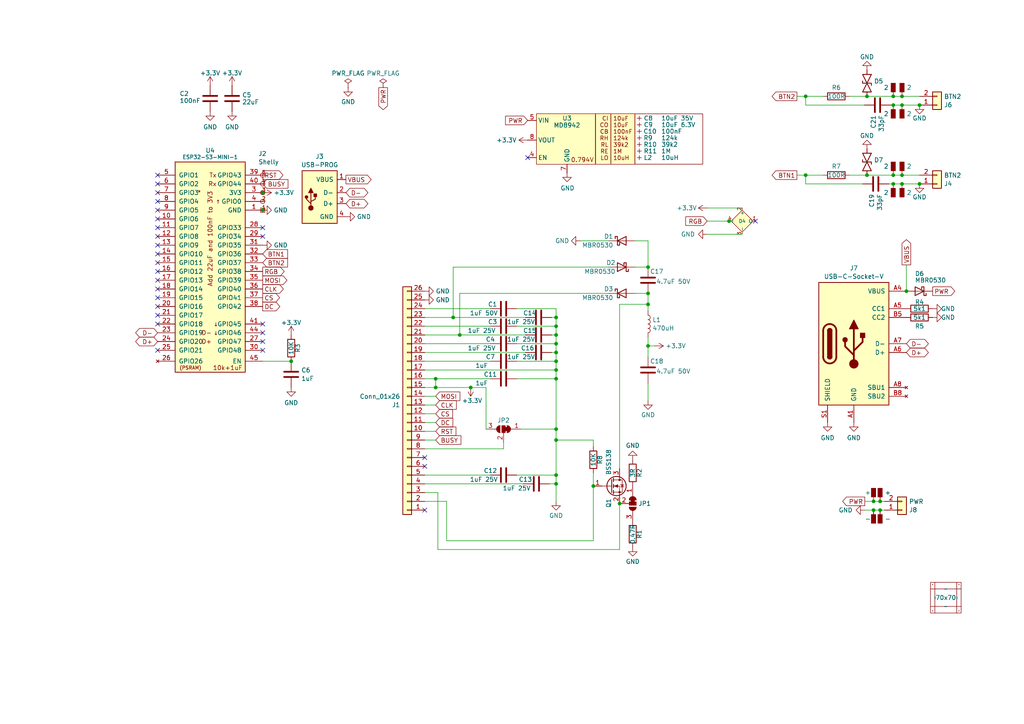
<source format=kicad_sch>
(kicad_sch (version 20250114) (generator "eeschema") (generator_version "9.0")
  (paper "A4")
  (title_block (title "Waveshare EPD adapter") (rev "1") (comment 1 "@TheRealRevK") (comment 2 "www.me.uk"))
  (lib_symbols
    (symbol "Connector_Generic:Conn_01x02" (pin_names (offset 1.016) (hide yes))
      (property "Reference" "J" (at 0 2.54 0))
      (property "Value" "Conn_01x02" (at 0 -5.08 0))
      (symbol "Conn_01x02_1_1"
        (pin passive line (at -5.08 0 0) (length 3.81) (name "Pin_1") (number "1"))
        (pin passive line (at -5.08 -2.54 0) (length 3.81) (name "Pin_2") (number "2"))
      )
    )
    (symbol "Connector_Generic:Conn_01x26" (pin_names (offset 1.016) (hide yes))
      (property "Reference" "J" (at 0 33.02 0))
      (property "Value" "Conn_01x26" (at 0 -35.56 0))
      (symbol "Conn_01x26_1_1"
        (pin passive line (at -5.08 30.48 0) (length 3.81) (name "Pin_1") (number "1"))
        (pin passive line (at -5.08 27.94 0) (length 3.81) (name "Pin_2") (number "2"))
        (pin passive line (at -5.08 25.4 0) (length 3.81) (name "Pin_3") (number "3"))
        (pin passive line (at -5.08 22.86 0) (length 3.81) (name "Pin_4") (number "4"))
        (pin passive line (at -5.08 20.32 0) (length 3.81) (name "Pin_5") (number "5"))
        (pin passive line (at -5.08 17.78 0) (length 3.81) (name "Pin_6") (number "6"))
        (pin passive line (at -5.08 15.24 0) (length 3.81) (name "Pin_7") (number "7"))
        (pin passive line (at -5.08 12.7 0) (length 3.81) (name "Pin_8") (number "8"))
        (pin passive line (at -5.08 10.16 0) (length 3.81) (name "Pin_9") (number "9"))
        (pin passive line (at -5.08 7.62 0) (length 3.81) (name "Pin_10") (number "10"))
        (pin passive line (at -5.08 5.08 0) (length 3.81) (name "Pin_11") (number "11"))
        (pin passive line (at -5.08 2.54 0) (length 3.81) (name "Pin_12") (number "12"))
        (pin passive line (at -5.08 0 0) (length 3.81) (name "Pin_13") (number "13"))
        (pin passive line (at -5.08 -2.54 0) (length 3.81) (name "Pin_14") (number "14"))
        (pin passive line (at -5.08 -5.08 0) (length 3.81) (name "Pin_15") (number "15"))
        (pin passive line (at -5.08 -7.62 0) (length 3.81) (name "Pin_16") (number "16"))
        (pin passive line (at -5.08 -10.16 0) (length 3.81) (name "Pin_17") (number "17"))
        (pin passive line (at -5.08 -12.7 0) (length 3.81) (name "Pin_18") (number "18"))
        (pin passive line (at -5.08 -15.24 0) (length 3.81) (name "Pin_19") (number "19"))
        (pin passive line (at -5.08 -17.78 0) (length 3.81) (name "Pin_20") (number "20"))
        (pin passive line (at -5.08 -20.32 0) (length 3.81) (name "Pin_21") (number "21"))
        (pin passive line (at -5.08 -22.86 0) (length 3.81) (name "Pin_22") (number "22"))
        (pin passive line (at -5.08 -25.4 0) (length 3.81) (name "Pin_23") (number "23"))
        (pin passive line (at -5.08 -27.94 0) (length 3.81) (name "Pin_24") (number "24"))
        (pin passive line (at -5.08 -30.48 0) (length 3.81) (name "Pin_25") (number "25"))
        (pin passive line (at -5.08 -33.02 0) (length 3.81) (name "Pin_26") (number "26"))
      )
    )
    (symbol "Device:C" (pin_numbers (hide yes)) (pin_names (offset 0.254))
      (property "Reference" "C" (at 0.635 2.54 0))
      (property "Value" "C" (at 0.635 -2.54 0))
      (symbol "C_1_1"
        (pin passive line (at 0 3.81 270) (length 2.794) (name "~") (number "1"))
        (pin passive line (at 0 -3.81 90) (length 2.794) (name "~") (number "2"))
      )
    )
    (symbol "Device:L" (pin_numbers (hide yes)) (pin_names (offset 1.016) (hide yes))
      (property "Reference" "L" (at -1.27 0 90))
      (property "Value" "L" (at 1.905 0 90))
      (symbol "L_1_1"
        (pin passive line (at 0 3.81 270) (length 1.27) (name "1") (number "1"))
        (pin passive line (at 0 -3.81 90) (length 1.27) (name "2") (number "2"))
      )
    )
    (symbol "Device:R" (pin_numbers (hide yes)) (pin_names (offset 0))
      (property "Reference" "R" (at 2.032 0 90))
      (property "Value" "R" (at 0 0 90))
      (symbol "R_1_1"
        (pin passive line (at 0 3.81 270) (length 1.27) (name "~") (number "1"))
        (pin passive line (at 0 -3.81 90) (length 1.27) (name "~") (number "2"))
      )
    )
    (symbol "Diode:1N5819" (pin_numbers (hide yes)) (pin_names (offset 1.016) (hide yes))
      (property "Reference" "D" (at 0 2.54 0))
      (property "Value" "1N5819" (at 0 -2.54 0))
      (symbol "1N5819_1_1"
        (pin passive line (at -3.81 0 0) (length 2.54) (name "K") (number "1"))
        (pin passive line (at 3.81 0 180) (length 2.54) (name "A") (number "2"))
      )
    )
    (symbol "Jumper:SolderJumper_3_Bridged12" (pin_names (offset 0) (hide yes))
      (property "Reference" "JP" (at -2.54 -2.54 0))
      (property "Value" "SolderJumper_3_Bridged12" (at 0 2.794 0))
      (symbol "SolderJumper_3_Bridged12_1_1"
        (pin passive line (at -5.08 0 0) (length 2.54) (name "A") (number "1"))
        (pin passive line (at 0 -3.81 90) (length 2.54) (name "C") (number "2"))
        (pin passive line (at 5.08 0 180) (length 2.54) (name "B") (number "3"))
      )
    )
    (symbol "RevK:ES05D1MC10" (pin_numbers (hide yes))
      (property "Reference" "D" (at 0 2.54 0))
      (symbol "ES05D1MC10_1_1"
        (pin passive line (at -3.81 0 0) (length 1.27) (name "~") (number "2"))
        (pin passive line (at 3.81 0 180) (length 1.27) (name "~") (number "1"))
      )
    )
    (symbol "RevK:ESP32-S3-MINI-1-N4R2" (pin_names (offset 1.016))
      (property "Reference" "U" (at 0 27.94 0))
      (property "Value" "ESP32-S3-MINI-1-N4R2" (at 0 31.115 0))
      (symbol "ESP32-S3-MINI-1-N4R2_1_1"
        (text "(PSRAM)" (at -5.715 -29.21 0) (effects (font (size 1 1))))
        (text "*" (at -3.175 21.59 0) (effects (font (size 1.27 1.27))))
        (text "D-" (at -2.54 -19.05 0) (effects (font (size 1.27 1.27)) (justify left)))
        (text "D+" (at -2.54 -21.59 0) (effects (font (size 1.27 1.27)) (justify left)))
        (text "Add 22uF and 100nF to 3V3" (at 0 8.255 900) (effects (font (size 1.27 1.27))))
        (text "Tx" (at 1.905 26.67 0) (effects (font (size 1.27 1.27)) (justify right)))
        (text "Rx" (at 1.905 24.13 0) (effects (font (size 1.27 1.27)) (justify right)))
        (text "↓" (at 2.54 -16.51 0) (effects (font (size 1.27 1.27)) (justify right)))
        (text "↓" (at 2.54 -19.05 0) (effects (font (size 1.27 1.27)) (justify right)))
        (text "↑" (at 3.175 19.05 0) (effects (font (size 1.27 1.27)) (justify right)))
        (text "10k+1uF" (at 5.08 -29.21 0) (effects (font (size 1.27 1.27))))
        (pin passive line (at -15.24 26.67 0) (length 5.08) (name "GPIO1") (number "5"))
        (pin passive line (at -15.24 24.13 0) (length 5.08) (name "GPIO2") (number "6"))
        (pin passive line (at -15.24 21.59 0) (length 5.08) (name "GPIO3") (number "7"))
        (pin passive line (at -15.24 19.05 0) (length 5.08) (name "GPIO4") (number "8"))
        (pin passive line (at -15.24 16.51 0) (length 5.08) (name "GPIO5") (number "9"))
        (pin passive line (at -15.24 13.97 0) (length 5.08) (name "GPIO6") (number "10"))
        (pin passive line (at -15.24 11.43 0) (length 5.08) (name "GPIO7") (number "11"))
        (pin passive line (at -15.24 8.89 0) (length 5.08) (name "GPIO8") (number "12"))
        (pin passive line (at -15.24 6.35 0) (length 5.08) (name "GPIO9") (number "13"))
        (pin passive line (at -15.24 3.81 0) (length 5.08) (name "GPIO10") (number "14"))
        (pin passive line (at -15.24 1.27 0) (length 5.08) (name "GPIO11") (number "15"))
        (pin passive line (at -15.24 -1.27 0) (length 5.08) (name "GPIO12") (number "16"))
        (pin passive line (at -15.24 -3.81 0) (length 5.08) (name "GPIO13") (number "17"))
        (pin passive line (at -15.24 -6.35 0) (length 5.08) (name "GPIO14") (number "18"))
        (pin passive line (at -15.24 -8.89 0) (length 5.08) (name "GPIO15") (number "19"))
        (pin passive line (at -15.24 -11.43 0) (length 5.08) (name "GPIO16") (number "20"))
        (pin passive line (at -15.24 -13.97 0) (length 5.08) (name "GPIO17") (number "21"))
        (pin passive line (at -15.24 -16.51 0) (length 5.08) (name "GPIO18") (number "22"))
        (pin passive line (at -15.24 -19.05 0) (length 5.08) (name "GPIO19") (number "23"))
        (pin passive line (at -15.24 -21.59 0) (length 5.08) (name "GPIO20") (number "24"))
        (pin passive line (at -15.24 -24.13 0) (length 5.08) (name "GPIO21") (number "25"))
        (pin no_connect line (at -15.24 -27.305 0) (length 5.08) (name "GPIO26") (number "26"))
        (pin passive line (at 15.24 26.67 180) (length 5.08) (name "GPIO43") (number "39"))
        (pin passive line (at 15.24 24.13 180) (length 5.08) (name "GPIO44") (number "40"))
        (pin power_in line (at 15.24 21.59 180) (length 5.08) (name "3V3") (number "3"))
        (pin passive line (at 15.24 19.05 180) (length 5.08) (name "GPIO0") (number "4"))
        (pin power_in line (at 15.24 16.51 180) (length 5.08) (name "GND") (number "1"))
        (pin power_in line (at 15.24 16.51 180) (length 5.08) (hide yes) (name "GND") (number "2"))
        (pin power_in line (at 15.24 16.51 180) (length 5.08) (hide yes) (name "GND") (number "42"))
        (pin power_in line (at 15.24 16.51 180) (length 5.08) (hide yes) (name "GND") (number "43"))
        (pin power_in line (at 15.24 16.51 180) (length 5.08) (hide yes) (name "GND") (number "46"))
        (pin power_in line (at 15.24 16.51 180) (length 5.08) (hide yes) (name "GND") (number "47"))
        (pin power_in line (at 15.24 16.51 180) (length 5.08) (hide yes) (name "GND") (number "48"))
        (pin power_in line (at 15.24 16.51 180) (length 5.08) (hide yes) (name "GND") (number "49"))
        (pin power_in line (at 15.24 16.51 180) (length 5.08) (hide yes) (name "GND") (number "50"))
        (pin power_in line (at 15.24 16.51 180) (length 5.08) (hide yes) (name "GND") (number "51"))
        (pin power_in line (at 15.24 16.51 180) (length 5.08) (hide yes) (name "GND") (number "52"))
        (pin power_in line (at 15.24 16.51 180) (length 5.08) (hide yes) (name "GND") (number "53"))
        (pin power_in line (at 15.24 16.51 180) (length 5.08) (hide yes) (name "GND") (number "54"))
        (pin power_in line (at 15.24 16.51 180) (length 5.08) (hide yes) (name "GND") (number "55"))
        (pin power_in line (at 15.24 16.51 180) (length 5.08) (hide yes) (name "GND") (number "56"))
        (pin power_in line (at 15.24 16.51 180) (length 5.08) (hide yes) (name "GND") (number "57"))
        (pin power_in line (at 15.24 16.51 180) (length 5.08) (hide yes) (name "GND") (number "58"))
        (pin power_in line (at 15.24 16.51 180) (length 5.08) (hide yes) (name "GND") (number "59"))
        (pin power_in line (at 15.24 16.51 180) (length 5.08) (hide yes) (name "GND") (number "60"))
        (pin power_in line (at 15.24 16.51 180) (length 5.08) (hide yes) (name "GND") (number "61"))
        (pin power_in line (at 15.24 16.51 180) (length 5.08) (hide yes) (name "GND") (number "62"))
        (pin power_in line (at 15.24 16.51 180) (length 5.08) (hide yes) (name "GND") (number "63"))
        (pin power_in line (at 15.24 16.51 180) (length 5.08) (hide yes) (name "GND") (number "64"))
        (pin power_in line (at 15.24 16.51 180) (length 5.08) (hide yes) (name "GND") (number "65"))
        (pin passive line (at 15.24 11.43 180) (length 5.08) (name "GPIO33") (number "28"))
        (pin passive line (at 15.24 8.89 180) (length 5.08) (name "GPIO34") (number "29"))
        (pin passive line (at 15.24 6.35 180) (length 5.08) (name "GPIO35") (number "31"))
        (pin passive line (at 15.24 3.81 180) (length 5.08) (name "GPIO36") (number "32"))
        (pin passive line (at 15.24 1.27 180) (length 5.08) (name "GPIO37") (number "33"))
        (pin passive line (at 15.24 -1.27 180) (length 5.08) (name "GPIO38") (number "34"))
        (pin passive line (at 15.24 -3.81 180) (length 5.08) (name "GPIO39") (number "35"))
        (pin passive line (at 15.24 -6.35 180) (length 5.08) (name "GPIO40") (number "36"))
        (pin passive line (at 15.24 -8.89 180) (length 5.08) (name "GPIO41") (number "37"))
        (pin passive line (at 15.24 -11.43 180) (length 5.08) (name "GPIO42") (number "38"))
        (pin passive line (at 15.24 -16.51 180) (length 5.08) (name "GPIO45") (number "41"))
        (pin passive line (at 15.24 -19.05 180) (length 5.08) (name "GPIO46") (number "44"))
        (pin passive line (at 15.24 -21.59 180) (length 5.08) (name "GPIO47") (number "27"))
        (pin passive line (at 15.24 -24.13 180) (length 5.08) (name "GPIO48") (number "30"))
        (pin input line (at 15.24 -27.305 180) (length 5.08) (name "EN") (number "45"))
      )
    )
    (symbol "RevK:Hidden" (pin_names (offset 1.016)) (in_bom no)
      (property "Reference" "Z" (at 0.635 0 0))
      (property "Value" "Hidden" (at 4.445 0 0))
    )
    (symbol "RevK:MD89420-RegBlock"
      (property "Reference" "U" (at -0.635 4.445 0))
      (property "Value" "MD8942" (at 0 6.35 0))
      (symbol "MD89420-RegBlock_1_1"
        (text "0.794V" (at 4.445 -5.715 0) (effects (font (size 1.27 1.27))))
        (text "CI\nCO\nCB\nRH\nRL\nRE\nLO" (at 12.065 6.985 0) (effects (font (size 1.185 1.185)) (justify right top)))
        (text "10uF\n10uF\n100nF\n124k\n39k2\n1M\n10uH" (at 13.335 6.985 0) (effects (font (size 1.185 1.185)) (justify left top)))
        (pin power_in line (at -11.43 5.715 0) (length 2.54) (name "VIN") (number "5"))
        (pin power_out line (at -11.43 0 0) (length 2.54) (name "VOUT") (number "8"))
        (pin input line (at -11.43 -5.08 0) (length 2.54) (name "EN") (number "4"))
        (pin power_in line (at 0 -9.525 90) (length 2.54) (hide yes) (name "GND") (number "2"))
        (pin power_in line (at 0 -9.525 90) (length 2.54) (name "GND") (number "7"))
        (pin no_connect line (at 5.715 1.905 0) (length 2.54) (hide yes) (name "") (number "3"))
        (pin no_connect line (at 5.715 0 0) (length 2.54) (hide yes) (name "") (number "1"))
        (pin no_connect line (at 5.715 -1.905 0) (length 2.54) (hide yes) (name "") (number "6"))
      )
    )
    (symbol "RevK:PCB" (in_bom no)
      (property "Value" "XxY" (at 0 0 0))
    )
    (symbol "RevK:Shelly" (in_bom no)
      (property "Reference" "J" (at 2.54 -8.255 0))
      (property "Value" "Shelly" (at 2.54 9.525 0))
      (symbol "Shelly_1_1"
        (pin passive line (at 0 5.08 0) (length 0.64) (name "Tx") (number "5"))
        (pin passive line (at 0 2.54 0) (length 0.64) (name "Rx") (number "4"))
        (pin passive line (at 0 0 0) (length 0.64) (name "3V3") (number "3"))
        (pin passive line (at 0 -2.54 0) (length 0.64) (name "0") (number "2"))
        (pin passive line (at 0 -5.08 0) (length 0.64) (name "GND") (number "1"))
      )
    )
    (symbol "RevK:SolderPad" (in_bom no)
      (property "Value" "SolderPad" (at 3.81 0 0))
      (symbol "SolderPad_1_1"
        (pin passive line (at 0 0 0) (length 1.27) (name "P") (number "1"))
      )
    )
    (symbol "RevK:USB-C-Socket-H" (pin_names (offset 1.016))
      (property "Reference" "J" (at -10.16 19.05 0))
      (property "Value" "USB-C-Socket-V" (at 0.635 12.7 0))
      (symbol "USB-C-Socket-H_1_1"
        (pin passive line (at -7.62 -22.86 90) (length 5.08) (name "SHIELD") (number "S1"))
        (pin passive line (at 0 -22.86 90) (length 5.08) (name "GND") (number "A1"))
        (pin passive line (at 0 -22.86 90) (length 5.08) (hide yes) (name "GND") (number "A12"))
        (pin passive line (at 0 -22.86 90) (length 5.08) (hide yes) (name "GND") (number "B1"))
        (pin passive line (at 0 -22.86 90) (length 5.08) (hide yes) (name "GND") (number "B12"))
        (pin passive line (at 15.24 15.24 180) (length 5.08) (name "VBUS") (number "A4"))
        (pin passive line (at 15.24 15.24 180) (length 5.08) (hide yes) (name "VBUS") (number "A9"))
        (pin passive line (at 15.24 15.24 180) (length 5.08) (hide yes) (name "VBUS") (number "B4"))
        (pin passive line (at 15.24 15.24 180) (length 5.08) (hide yes) (name "VBUS") (number "B9"))
        (pin bidirectional line (at 15.24 10.16 180) (length 5.08) (name "CC1") (number "A5"))
        (pin bidirectional line (at 15.24 7.62 180) (length 5.08) (name "CC2") (number "B5"))
        (pin bidirectional line (at 15.24 0 180) (length 5.08) (name "D-") (number "A7"))
        (pin bidirectional line (at 15.24 0 180) (length 5.08) (hide yes) (name "D-") (number "B7"))
        (pin bidirectional line (at 15.24 -2.54 180) (length 5.08) (name "D+") (number "A6"))
        (pin bidirectional line (at 15.24 -2.54 180) (length 5.08) (hide yes) (name "D+") (number "B6"))
        (pin no_connect line (at 15.24 -12.7 180) (length 5.08) (name "SBU1") (number "A8"))
        (pin no_connect line (at 15.24 -15.24 180) (length 5.08) (name "SBU2") (number "B8"))
      )
    )
    (symbol "RevK:USB-PROG" (pin_names (offset 1.016)) (in_bom no)
      (property "Reference" "J" (at -5.08 11.43 0))
      (property "Value" "USB-PROG" (at -5.08 8.89 0))
      (symbol "USB-PROG_1_1"
        (pin passive line (at 7.62 5.08 180) (length 2.54) (name "VBUS") (number "1"))
        (pin bidirectional line (at 7.62 1.27 180) (length 2.54) (name "D-") (number "2"))
        (pin bidirectional line (at 7.62 -1.905 180) (length 2.54) (name "D+") (number "3"))
        (pin passive line (at 7.62 -5.715 180) (length 2.54) (name "GND") (number "4"))
      )
    )
    (symbol "RevK:VCUT" (in_bom no))
    (symbol "RevK:WS2812B-1mm" (pin_names (offset 0.254))
      (property "Reference" "D" (at 0 0 0))
      (symbol "WS2812B-1mm_1_1"
        (pin input line (at -3.81 0 0) (length 0.5) (name "I") (number "4"))
        (pin power_in line (at 0 3.81 270) (length 0.5) (name "-") (number "3"))
        (pin power_in line (at 0 -3.81 90) (length 0.5) (name "+") (number "2"))
        (pin output line (at 3.81 0 180) (length 0.5) (name "O") (number "1"))
      )
    )
    (symbol "Transistor_FET:BSS138" (pin_names (hide yes))
      (property "Reference" "Q" (at 5.08 1.905 0))
      (property "Value" "BSS138" (at 5.08 0 0))
      (symbol "BSS138_1_1"
        (pin input line (at -5.08 0 0) (length 2.54) (name "G") (number "1"))
        (pin passive line (at 2.54 5.08 270) (length 2.54) (name "D") (number "3"))
        (pin passive line (at 2.54 -5.08 90) (length 2.54) (name "S") (number "2"))
      )
    )
    (symbol "power:+3.3V" (power) (pin_names (offset 0))
      (property "Value" "+3.3V" (at 0 3.556 0))
      (symbol "+3.3V_1_1"
        (pin power_in line (at 0 0 90) (length 0) (hide yes) (name "+3.3V") (number "1"))
      )
    )
    (symbol "power:GND" (power) (pin_names (offset 0))
      (property "Value" "GND" (at 0 -3.81 0))
      (symbol "GND_1_1"
        (pin power_in line (at 0 0 270) (length 0) (hide yes) (name "GND") (number "1"))
      )
    )
    (symbol "power:PWR_FLAG" (power) (pin_numbers (hide yes)) (pin_names (offset 0) (hide yes))
      (property "Value" "PWR_FLAG" (at 0 3.81 0))
      (symbol "PWR_FLAG_0_0"
        (pin power_out line (at 0 0 90) (length 0) (name "pwr") (number "1"))
      )
    )
  )
  (junction (at 233.68 27.94))
  (junction (at 133.35 97.155))
  (junction (at 259.08 27.94))
  (junction (at 266.7 30.48))
  (junction (at 255.27 145.415))
  (junction (at 187.96 100.33))
  (junction (at 187.96 77.47))
  (junction (at 84.455 104.775))
  (junction (at 233.68 50.8))
  (junction (at 161.29 97.155))
  (junction (at 261.62 53.34))
  (junction (at 187.96 85.09))
  (junction (at 259.08 53.34))
  (junction (at 161.29 92.075))
  (junction (at 259.08 50.8))
  (junction (at 126.365 109.855))
  (junction (at 161.29 140.335))
  (junction (at 76.2 55.88))
  (junction (at 161.29 94.615))
  (junction (at 251.46 27.94))
  (junction (at 161.29 137.795))
  (junction (at 261.62 30.48))
  (junction (at 266.7 53.34))
  (junction (at 261.62 27.94))
  (junction (at 161.29 109.855))
  (junction (at 262.89 84.455))
  (junction (at 187.96 88.265))
  (junction (at 136.525 112.395))
  (junction (at 76.2 60.96))
  (junction (at 259.08 30.48))
  (junction (at 251.46 50.8))
  (junction (at 253.365 145.415))
  (junction (at 255.27 147.955))
  (junction (at 161.29 102.235))
  (junction (at 253.365 147.955))
  (junction (at 161.29 107.315))
  (junction (at 172.085 140.97))
  (junction (at 126.365 112.395))
  (junction (at 131.445 92.075))
  (junction (at 179.705 146.05))
  (junction (at 161.29 99.695))
  (junction (at 161.29 124.46))
  (junction (at 211.455 64.135))
  (junction (at 161.29 104.775))
  (junction (at 161.29 127.635))
  (junction (at 261.62 50.8))
  (no_connect (at 45.72 81.28))
  (no_connect (at 45.72 66.04))
  (no_connect (at 123.19 147.955))
  (no_connect (at 45.72 78.74))
  (no_connect (at 45.72 58.42))
  (no_connect (at 123.19 135.255))
  (no_connect (at 45.72 93.98))
  (no_connect (at 219.075 64.135))
  (no_connect (at 45.72 50.8))
  (no_connect (at 76.2 93.98))
  (no_connect (at 76.2 101.6))
  (no_connect (at 153.035 45.72))
  (no_connect (at 45.72 55.88))
  (no_connect (at 45.72 53.34))
  (no_connect (at 45.72 83.82))
  (no_connect (at 45.72 91.44))
  (no_connect (at 45.72 86.36))
  (no_connect (at 45.72 73.66))
  (no_connect (at 45.72 101.6))
  (no_connect (at 123.19 132.715))
  (no_connect (at 45.72 71.12))
  (no_connect (at 76.2 68.58))
  (no_connect (at 45.72 60.96))
  (no_connect (at 76.2 96.52))
  (no_connect (at 45.72 68.58))
  (no_connect (at 76.2 99.06))
  (no_connect (at 76.2 66.04))
  (no_connect (at 45.72 63.5))
  (no_connect (at 45.72 88.9))
  (no_connect (at 45.72 76.2))
  (wire (pts (xy 129.54 156.845) (xy 172.085 156.845)))
  (wire (pts (xy 179.705 88.265) (xy 179.705 135.89)))
  (wire (pts (xy 160.02 97.155) (xy 161.29 97.155)))
  (wire (pts (xy 149.86 109.855) (xy 161.29 109.855)))
  (wire (pts (xy 172.085 140.97) (xy 172.085 156.845)))
  (wire (pts (xy 187.96 97.79) (xy 187.96 100.33)))
  (wire (pts (xy 127 159.385) (xy 179.705 159.385)))
  (wire (pts (xy 259.08 53.34) (xy 261.62 53.34)))
  (wire (pts (xy 251.46 27.94) (xy 259.08 27.94)))
  (wire (pts (xy 161.29 127.635) (xy 161.29 137.795)))
  (wire (pts (xy 205.105 67.945) (xy 215.265 67.945)))
  (wire (pts (xy 187.96 88.265) (xy 187.96 90.17)))
  (wire (pts (xy 205.105 60.325) (xy 215.265 60.325)))
  (wire (pts (xy 133.35 85.09) (xy 176.53 85.09)))
  (wire (pts (xy 123.19 104.775) (xy 142.24 104.775)))
  (wire (pts (xy 123.19 107.315) (xy 161.29 107.315)))
  (wire (pts (xy 131.445 92.075) (xy 152.4 92.075)))
  (wire (pts (xy 233.68 50.8) (xy 233.68 53.34)))
  (wire (pts (xy 161.29 102.235) (xy 161.29 99.695)))
  (wire (pts (xy 261.62 53.34) (xy 266.7 53.34)))
  (wire (pts (xy 161.29 97.155) (xy 161.29 94.615)))
  (wire (pts (xy 123.19 114.935) (xy 126.365 114.935)))
  (wire (pts (xy 172.085 129.54) (xy 172.085 127.635)))
  (wire (pts (xy 123.19 142.875) (xy 127 142.875)))
  (wire (pts (xy 179.705 146.05) (xy 179.705 159.385)))
  (wire (pts (xy 146.05 130.175) (xy 146.05 128.27)))
  (wire (pts (xy 184.15 77.47) (xy 187.96 77.47)))
  (wire (pts (xy 184.15 85.09) (xy 187.96 85.09)))
  (wire (pts (xy 123.19 92.075) (xy 131.445 92.075)))
  (wire (pts (xy 161.29 140.335) (xy 161.29 145.415)))
  (wire (pts (xy 161.29 140.335) (xy 159.385 140.335)))
  (wire (pts (xy 250.825 145.415) (xy 253.365 145.415)))
  (wire (pts (xy 259.08 30.48) (xy 261.62 30.48)))
  (wire (pts (xy 136.525 112.395) (xy 140.97 112.395)))
  (wire (pts (xy 261.62 27.94) (xy 266.7 27.94)))
  (wire (pts (xy 123.19 109.855) (xy 126.365 109.855)))
  (wire (pts (xy 161.29 102.235) (xy 161.29 104.775)))
  (wire (pts (xy 251.46 50.8) (xy 259.08 50.8)))
  (wire (pts (xy 151.13 124.46) (xy 161.29 124.46)))
  (wire (pts (xy 149.86 94.615) (xy 161.29 94.615)))
  (wire (pts (xy 168.275 69.85) (xy 176.53 69.85)))
  (wire (pts (xy 161.29 99.695) (xy 161.29 97.155)))
  (wire (pts (xy 160.02 102.235) (xy 161.29 102.235)))
  (wire (pts (xy 212.09 64.135) (xy 211.455 64.135)))
  (wire (pts (xy 187.96 85.09) (xy 187.96 88.265)))
  (wire (pts (xy 250.825 147.955) (xy 253.365 147.955)))
  (wire (pts (xy 161.29 124.46) (xy 161.29 127.635)))
  (wire (pts (xy 123.19 102.235) (xy 152.4 102.235)))
  (wire (pts (xy 257.81 53.34) (xy 259.08 53.34)))
  (wire (pts (xy 233.68 27.94) (xy 233.68 30.48)))
  (wire (pts (xy 149.86 99.695) (xy 161.29 99.695)))
  (wire (pts (xy 123.19 127.635) (xy 126.365 127.635)))
  (wire (pts (xy 123.19 130.175) (xy 146.05 130.175)))
  (wire (pts (xy 172.085 137.16) (xy 172.085 140.97)))
  (wire (pts (xy 133.35 97.155) (xy 152.4 97.155)))
  (wire (pts (xy 123.19 120.015) (xy 126.365 120.015)))
  (wire (pts (xy 253.365 147.955) (xy 255.27 147.955)))
  (wire (pts (xy 205.105 64.135) (xy 211.455 64.135)))
  (wire (pts (xy 76.2 104.775) (xy 84.455 104.775)))
  (wire (pts (xy 160.02 92.075) (xy 161.29 92.075)))
  (wire (pts (xy 123.19 122.555) (xy 126.365 122.555)))
  (wire (pts (xy 259.08 27.94) (xy 261.62 27.94)))
  (wire (pts (xy 131.445 92.075) (xy 131.445 77.47)))
  (wire (pts (xy 187.96 69.85) (xy 187.96 77.47)))
  (wire (pts (xy 149.86 104.775) (xy 161.29 104.775)))
  (wire (pts (xy 172.085 127.635) (xy 161.29 127.635)))
  (wire (pts (xy 123.19 89.535) (xy 142.24 89.535)))
  (wire (pts (xy 187.96 100.33) (xy 187.96 103.505)))
  (wire (pts (xy 231.14 27.94) (xy 233.68 27.94)))
  (wire (pts (xy 233.68 27.94) (xy 238.76 27.94)))
  (wire (pts (xy 133.35 97.155) (xy 133.35 85.09)))
  (wire (pts (xy 187.96 111.125) (xy 187.96 116.205)))
  (wire (pts (xy 123.19 140.335) (xy 151.765 140.335)))
  (wire (pts (xy 231.14 50.8) (xy 233.68 50.8)))
  (wire (pts (xy 123.19 137.795) (xy 142.24 137.795)))
  (wire (pts (xy 161.29 109.855) (xy 161.29 124.46)))
  (wire (pts (xy 123.19 94.615) (xy 142.24 94.615)))
  (wire (pts (xy 246.38 50.8) (xy 251.46 50.8)))
  (wire (pts (xy 123.19 99.695) (xy 142.24 99.695)))
  (wire (pts (xy 123.19 97.155) (xy 133.35 97.155)))
  (wire (pts (xy 161.29 109.855) (xy 161.29 107.315)))
  (wire (pts (xy 261.62 30.48) (xy 266.7 30.48)))
  (wire (pts (xy 126.365 109.855) (xy 126.365 112.395)))
  (wire (pts (xy 233.68 30.48) (xy 250.698 30.48)))
  (wire (pts (xy 258.318 30.48) (xy 259.08 30.48)))
  (wire (pts (xy 123.19 117.475) (xy 126.365 117.475)))
  (wire (pts (xy 246.38 27.94) (xy 251.46 27.94)))
  (wire (pts (xy 184.15 69.85) (xy 187.96 69.85)))
  (wire (pts (xy 123.19 145.415) (xy 129.54 145.415)))
  (wire (pts (xy 161.29 89.535) (xy 149.86 89.535)))
  (wire (pts (xy 161.29 92.075) (xy 161.29 89.535)))
  (wire (pts (xy 161.29 94.615) (xy 161.29 92.075)))
  (wire (pts (xy 123.19 112.395) (xy 126.365 112.395)))
  (wire (pts (xy 253.365 145.415) (xy 255.27 145.415)))
  (wire (pts (xy 261.62 50.8) (xy 266.7 50.8)))
  (wire (pts (xy 259.08 50.8) (xy 261.62 50.8)))
  (wire (pts (xy 233.68 50.8) (xy 238.76 50.8)))
  (wire (pts (xy 126.365 109.855) (xy 142.24 109.855)))
  (wire (pts (xy 161.29 137.795) (xy 149.86 137.795)))
  (wire (pts (xy 187.96 88.265) (xy 179.705 88.265)))
  (wire (pts (xy 255.27 147.955) (xy 256.54 147.955)))
  (wire (pts (xy 140.97 112.395) (xy 140.97 124.46)))
  (wire (pts (xy 129.54 145.415) (xy 129.54 156.845)))
  (wire (pts (xy 127 142.875) (xy 127 159.385)))
  (wire (pts (xy 187.96 100.33) (xy 189.865 100.33)))
  (wire (pts (xy 126.365 112.395) (xy 136.525 112.395)))
  (wire (pts (xy 123.19 125.095) (xy 126.365 125.095)))
  (wire (pts (xy 262.89 76.835) (xy 262.89 84.455)))
  (wire (pts (xy 255.27 145.415) (xy 256.54 145.415)))
  (wire (pts (xy 131.445 77.47) (xy 176.53 77.47)))
  (wire (pts (xy 161.29 104.775) (xy 161.29 107.315)))
  (wire (pts (xy 161.29 137.795) (xy 161.29 140.335)))
  (wire (pts (xy 233.68 53.34) (xy 250.19 53.34)))
  (global_label "BTN2" (shape output) (at 231.14 27.94 180) (property "Intersheetrefs" "${INTERSHEET_REFS}" (effects (hide yes))))
  (global_label "BTN2" (shape input) (at 76.2 76.2 0) (property "Intersheetrefs" "${INTERSHEET_REFS}" (effects (hide yes))))
  (global_label "MOSI" (shape output) (at 76.2 81.28 0) (property "Intersheetrefs" "${INTERSHEET_REFS}" (effects (hide yes))))
  (global_label "DC" (shape input) (at 126.365 122.555 0) (property "Intersheetrefs" "${INTERSHEET_REFS}" (effects (hide yes))))
  (global_label "VBUS" (shape output) (at 100.33 52.07 0) (property "Intersheetrefs" "${INTERSHEET_REFS}" (effects (hide yes))))
  (global_label "BUSY" (shape input) (at 76.2 53.34 0) (property "Intersheetrefs" "${INTERSHEET_REFS}" (effects (hide yes))))
  (global_label "PWR" (shape output) (at 270.51 84.455 0) (property "Intersheetrefs" "${INTERSHEET_REFS}" (effects (hide yes))))
  (global_label "D+" (shape bidirectional) (at 262.89 102.235 0) (property "Intersheetrefs" "${INTERSHEET_REFS}" (effects (hide yes))))
  (global_label "RGB" (shape input) (at 205.105 64.135 180) (property "Intersheetrefs" "${INTERSHEET_REFS}" (effects (hide yes))))
  (global_label "CS" (shape input) (at 126.365 120.015 0) (property "Intersheetrefs" "${INTERSHEET_REFS}" (effects (hide yes))))
  (global_label "PWR" (shape output) (at 250.825 145.415 180) (property "Intersheetrefs" "${INTERSHEET_REFS}" (effects (hide yes))))
  (global_label "PWR" (shape input) (at 153.035 34.925 180) (property "Intersheetrefs" "${INTERSHEET_REFS}" (effects (hide yes))))
  (global_label "DC" (shape output) (at 76.2 88.9 0) (property "Intersheetrefs" "${INTERSHEET_REFS}" (effects (hide yes))))
  (global_label "D+" (shape bidirectional) (at 45.72 99.06 180) (property "Intersheetrefs" "${INTERSHEET_REFS}" (effects (hide yes))))
  (global_label "PWR" (shape output) (at 111.125 25.4 270) (property "Intersheetrefs" "${INTERSHEET_REFS}" (effects (hide yes))))
  (global_label "RST" (shape output) (at 76.2 50.8 0) (property "Intersheetrefs" "${INTERSHEET_REFS}" (effects (hide yes))))
  (global_label "CS" (shape output) (at 76.2 86.36 0) (property "Intersheetrefs" "${INTERSHEET_REFS}" (effects (hide yes))))
  (global_label "D-" (shape bidirectional) (at 262.89 99.695 0) (property "Intersheetrefs" "${INTERSHEET_REFS}" (effects (hide yes))))
  (global_label "CLK" (shape input) (at 126.365 117.475 0) (property "Intersheetrefs" "${INTERSHEET_REFS}" (effects (hide yes))))
  (global_label "RGB" (shape output) (at 76.2 78.74 0) (property "Intersheetrefs" "${INTERSHEET_REFS}" (effects (hide yes))))
  (global_label "D-" (shape bidirectional) (at 45.72 96.52 180) (property "Intersheetrefs" "${INTERSHEET_REFS}" (effects (hide yes))))
  (global_label "VBUS" (shape output) (at 262.89 76.835 90) (property "Intersheetrefs" "${INTERSHEET_REFS}" (effects (hide yes))))
  (global_label "RST" (shape input) (at 126.365 125.095 0) (property "Intersheetrefs" "${INTERSHEET_REFS}" (effects (hide yes))))
  (global_label "D+" (shape bidirectional) (at 100.33 59.055 0) (property "Intersheetrefs" "${INTERSHEET_REFS}" (effects (hide yes))))
  (global_label "CLK" (shape output) (at 76.2 83.82 0) (property "Intersheetrefs" "${INTERSHEET_REFS}" (effects (hide yes))))
  (global_label "D-" (shape bidirectional) (at 100.33 55.88 0) (property "Intersheetrefs" "${INTERSHEET_REFS}" (effects (hide yes))))
  (global_label "BTN1" (shape input) (at 76.2 73.66 0) (property "Intersheetrefs" "${INTERSHEET_REFS}" (effects (hide yes))))
  (global_label "MOSI" (shape input) (at 126.365 114.935 0) (property "Intersheetrefs" "${INTERSHEET_REFS}" (effects (hide yes))))
  (global_label "BUSY" (shape input) (at 126.365 127.635 0) (property "Intersheetrefs" "${INTERSHEET_REFS}" (effects (hide yes))))
  (global_label "BTN1" (shape output) (at 231.14 50.8 180) (property "Intersheetrefs" "${INTERSHEET_REFS}" (effects (hide yes))))
  (symbol (lib_id "Transistor_FET:BSS138") (at 177.165 140.97 0) (unit 1)
    (property "Reference" "Q1" (at 176.53 147.32 90) (effects (justify left)))
    (property "Value" "BSS138" (at 176.53 137.795 90) (effects (justify left)))
    (property "Footprint" "RevK:SOT-23" (effects (hide yes)))
    (property "MPN" "C2938375" (effects (hide yes)))
  )
  (symbol (lib_id "power:GND") (at 100.965 25.4 0) (unit 1)
    (property "Reference" "#PWR029" (effects (hide yes)))
    (property "Value" "GND" (at 100.965 29.5331 0))
  )
  (symbol (lib_id "RevK:Shelly") (at 76.2 55.88 0) (unit 1) (in_bom no)
    (property "Reference" "J2" (at 74.93 44.5658 0) (effects (justify left)))
    (property "Value" "Shelly" (at 74.93 46.99 0) (effects (justify left)))
    (property "Footprint" "RevK:Shelly" (effects (hide yes)))
  )
  (symbol (lib_id "RevK:Hidden") (at 185.42 38.1 90) (unit 1)
    (property "Reference" "C10" (at 190.5 38.1 90) (effects (justify left)))
    (property "Value" "100nF" (at 191.77 38.1 90) (effects (justify right)))
    (property "Footprint" "RevK:C_0603_" (effects (hide yes)))
  )
  (symbol (lib_id "power:GND") (at 251.46 20.32 180) (unit 1)
    (property "Reference" "#PWR022" (effects (hide yes)))
    (property "Value" "GND" (at 251.46 16.51 0))
  )
  (symbol (lib_id "Device:C") (at 156.21 102.235 90) (unit 1) (on_board no)
    (property "Reference" "C16" (at 153.035 100.965 90))
    (property "Value" "1uF 25V" (at 151.13 103.505 90))
    (property "Footprint" "RevK:C_0402" (effects (hide yes)))
  )
  (symbol (lib_id "power:GND") (at 161.29 145.415 0) (unit 1)
    (property "Reference" "#PWR017" (effects (hide yes)))
    (property "Value" "GND" (at 161.29 149.5481 0))
  )
  (symbol (lib_id "power:+3.3V") (at 84.455 97.155 0) (unit 1)
    (property "Reference" "#PWR014" (effects (hide yes)))
    (property "Value" "+3.3V" (at 84.455 93.5792 0))
  )
  (symbol (lib_id "power:GND") (at 76.2 71.12 90) (unit 1)
    (property "Reference" "#PWR021" (effects (hide yes)))
    (property "Value" "GND" (at 79.375 71.12 90) (effects (justify right)))
  )
  (symbol (lib_id "RevK:SolderPad") (at 261.62 53.34 270) (unit 1) (in_bom no)
    (property "Reference" "P12" (effects (hide yes)))
    (property "Value" "2" (at 262.9662 55.88 90) (effects (justify left)))
    (property "Footprint" "RevK:SolderPadSmall" (effects (hide yes)))
  )
  (symbol (lib_id "power:+3.3V") (at 189.865 100.33 270) (unit 1)
    (property "Reference" "#PWR020" (effects (hide yes)))
    (property "Value" "+3.3V" (at 193.04 100.33 90) (effects (justify left)))
  )
  (symbol (lib_id "power:GND") (at 266.7 53.34 0) (unit 1)
    (property "Reference" "#PWR024" (effects (hide yes)))
    (property "Value" "GND" (at 266.7 57.15 0))
  )
  (symbol (lib_id "Device:R") (at 183.515 154.94 0) (unit 1)
    (property "Reference" "R1" (at 185.42 154.94 90))
    (property "Value" "0.47R" (at 183.515 154.94 90))
    (property "Footprint" "RevK:R_0402" (effects (hide yes)))
  )
  (symbol (lib_id "Device:C") (at 146.05 104.775 90) (unit 1)
    (property "Reference" "C7" (at 142.24 103.505 90))
    (property "Value" "1uF" (at 139.7 106.045 90))
    (property "Footprint" "RevK:C_0402" (effects (hide yes)))
  )
  (symbol (lib_id "Diode:1N5819") (at 180.34 85.09 0) (unit 1)
    (property "Reference" "D3" (at 176.53 83.82 0))
    (property "Value" "MBR0530" (at 173.355 86.36 0))
    (property "Footprint" "RevK:D_SOD-123" (effects (hide yes)))
    (property "MPN" "C5204746" (effects (hide yes)))
  )
  (symbol (lib_id "Device:R") (at 242.57 27.94 270) (unit 1)
    (property "Reference" "R6" (at 242.57 25.4 90))
    (property "Value" "100R" (at 242.57 27.94 90))
    (property "Footprint" "RevK:R_0402" (effects (hide yes)))
  )
  (symbol (lib_id "RevK:ES05D1MC10") (at 251.46 24.13 90) (unit 1)
    (property "Reference" "D5" (at 253.492 23.5585 90) (effects (justify right)))
    (property "Value" "~" (at 251.46 24.13 0))
    (property "Footprint" "RevK:DFN1006-2L" (effects (hide yes)))
    (property "MPN" "C5137770" (effects (hide yes)))
  )
  (symbol (lib_id "power:GND") (at 168.275 69.85 270) (unit 1)
    (property "Reference" "#PWR018" (effects (hide yes)))
    (property "Value" "GND" (at 165.1001 69.85 90) (effects (justify right)))
  )
  (symbol (lib_id "Diode:1N5819") (at 180.34 77.47 180) (unit 1)
    (property "Reference" "D2" (at 177.165 76.2 0))
    (property "Value" "MBR0530" (at 173.99 78.74 0))
    (property "Footprint" "RevK:D_SOD-123" (effects (hide yes)))
    (property "MPN" "C5204746" (effects (hide yes)))
  )
  (symbol (lib_id "RevK:ES05D1MC10") (at 251.46 46.99 90) (unit 1)
    (property "Reference" "D7" (at 253.492 46.4185 90) (effects (justify right)))
    (property "Value" "~" (at 251.46 46.99 0))
    (property "Footprint" "RevK:DFN1006-2L" (effects (hide yes)))
    (property "MPN" "C5137770" (effects (hide yes)))
  )
  (symbol (lib_id "Device:C") (at 146.05 89.535 90) (unit 1)
    (property "Reference" "C1" (at 142.875 88.265 90))
    (property "Value" "1uF 50V" (at 140.335 90.805 90))
    (property "Footprint" "RevK:C_0603" (effects (hide yes)))
  )
  (symbol (lib_id "Device:R") (at 242.57 50.8 270) (unit 1)
    (property "Reference" "R7" (at 242.57 48.26 90))
    (property "Value" "100R" (at 242.57 50.8 90))
    (property "Footprint" "RevK:R_0402" (effects (hide yes)))
  )
  (symbol (lib_id "RevK:USB-PROG") (at 92.71 57.15 0) (unit 1) (in_bom no)
    (property "Reference" "J3" (at 92.71 45.3857 0))
    (property "Value" "USB-PROG" (at 92.71 47.8099 0))
    (property "Footprint" "RevK:USB-PROG" (effects (hide yes)))
    (property "Datasheet" " ~" (effects (hide yes)))
  )
  (symbol (lib_id "Jumper:SolderJumper_3_Bridged12") (at 146.05 124.46 0) (mirror y) (unit 1) (in_bom no)
    (property "Reference" "JP2" (at 146.05 121.92 0))
    (property "Value" "SolderJumper_3_Bridged12" (effects (hide yes)))
    (property "Footprint" "RevK:SolderJumper3" (effects (hide yes)))
  )
  (symbol (lib_id "power:GND") (at 67.31 32.385 0) (unit 1)
    (property "Reference" "#PWR011" (effects (hide yes)))
    (property "Value" "GND" (at 67.31 36.8284 0))
  )
  (symbol (lib_id "power:GND") (at 270.51 89.535 90) (unit 1)
    (property "Reference" "#PWR037" (effects (hide yes)))
    (property "Value" "GND" (at 274.9534 89.535 90))
  )
  (symbol (lib_id "power:GND") (at 84.455 112.395 0) (unit 1)
    (property "Reference" "#PWR015" (effects (hide yes)))
    (property "Value" "GND" (at 84.455 116.8384 0))
  )
  (symbol (lib_id "Connector_Generic:Conn_01x02") (at 271.78 30.48 0) (mirror x) (unit 1) (in_bom no)
    (property "Reference" "J6" (at 273.812 30.4221 0) (effects (justify left)))
    (property "Value" "BTN2" (at 273.812 27.9979 0) (effects (justify left)))
    (property "Footprint" "RevK:PTSM-HH-2-RA" (effects (hide yes)))
  )
  (symbol (lib_id "RevK:WS2812B-1mm") (at 215.265 64.135 0) (mirror x) (unit 1)
    (property "Reference" "D4" (at 215.265 64.135 0) (effects (font (size 1 1))))
    (property "Value" "XL-1010RGBC-WS2812B" (effects (hide yes)))
    (property "Footprint" "RevK:SMD1010" (effects (hide yes)))
    (property "Datasheet" "https://datasheet.lcsc.com/lcsc/2301111010_XINGLIGHT-XL-1010RGBC-WS2812B_C5349953.pdf" (effects (hide yes)))
    (property "MPN" "C5349953" (effects (hide yes)))
  )
  (symbol (lib_id "power:PWR_FLAG") (at 111.125 25.4 0) (unit 1)
    (property "Reference" "#FLG02" (effects (hide yes)))
    (property "Value" "PWR_FLAG" (at 111.125 21.2669 0))
  )
  (symbol (lib_id "power:+3.3V") (at 76.2 55.88 270) (unit 1)
    (property "Reference" "#PWR012" (effects (hide yes)))
    (property "Value" "+3.3V" (at 79.375 55.88 90) (effects (justify left)))
  )
  (symbol (lib_id "RevK:Hidden") (at 185.42 40.005 0) (unit 1)
    (property "Reference" "R9" (at 187.96 40.005 0))
    (property "Value" "124k" (at 191.77 40.005 0) (effects (justify left)))
    (property "Footprint" "RevK:R_0402_" (effects (hide yes)))
  )
  (symbol (lib_id "RevK:SolderPad") (at 253.365 145.415 90) (unit 1) (in_bom no)
    (property "Reference" "P7" (effects (hide yes)))
    (property "Value" "+" (at 250.825 142.875 90) (effects (justify right)))
    (property "Footprint" "RevK:SolderPadSmall" (effects (hide yes)))
  )
  (symbol (lib_id "Device:C") (at 187.96 81.28 180) (unit 1)
    (property "Reference" "C17" (at 190.5 78.74 0))
    (property "Value" "4.7uF 50V" (at 195.326 81.661 0))
    (property "Footprint" "RevK:C_0805" (effects (hide yes)))
  )
  (symbol (lib_id "Device:L") (at 187.96 93.98 0) (unit 1)
    (property "Reference" "L1" (at 189.2272 92.7678 0) (effects (justify left)))
    (property "Value" "470uH" (at 189.2272 95.1921 0) (effects (justify left)))
    (property "Footprint" "RevK:L_4x4" (effects (hide yes)))
    (property "MPN" "C42429207" (effects (hide yes)))
  )
  (symbol (lib_id "power:GND") (at 183.515 158.75 0) (unit 1)
    (property "Reference" "#PWR03" (effects (hide yes)))
    (property "Value" "GND" (at 183.515 162.8831 0))
  )
  (symbol (lib_id "power:GND") (at 76.2 60.96 90) (unit 1)
    (property "Reference" "#PWR013" (effects (hide yes)))
    (property "Value" "GND" (at 79.375 60.96 90) (effects (justify right)))
  )
  (symbol (lib_id "power:+3.3V") (at 205.105 60.325 90) (unit 1)
    (property "Reference" "#PWR028" (effects (hide yes)))
    (property "Value" "+3.3V" (at 196.215 60.325 90) (effects (justify right)))
  )
  (symbol (lib_id "Device:C") (at 156.21 92.075 90) (unit 1)
    (property "Reference" "C14" (at 153.67 90.805 90))
    (property "Value" "1uF 25V" (at 151.13 93.345 90))
    (property "Footprint" "RevK:C_0402" (effects (hide yes)))
  )
  (symbol (lib_id "RevK:SolderPad") (at 255.27 147.955 270) (unit 1) (in_bom no)
    (property "Reference" "P2" (effects (hide yes)))
    (property "Value" "-" (at 256.6162 150.495 90) (effects (justify left)))
    (property "Footprint" "RevK:SolderPadSmall" (effects (hide yes)))
  )
  (symbol (lib_id "Device:R") (at 172.085 133.35 0) (unit 1)
    (property "Reference" "R8" (at 173.99 133.35 90))
    (property "Value" "10K" (at 172.085 133.35 90))
    (property "Footprint" "RevK:R_0402" (effects (hide yes)))
  )
  (symbol (lib_id "Device:C") (at 67.31 28.575 0) (unit 1)
    (property "Reference" "C5" (at 70.231 27.551 0) (effects (justify left)))
    (property "Value" "22uF" (at 70.231 29.599 0) (effects (justify left)))
    (property "Footprint" "RevK:C_0603" (effects (hide yes)))
  )
  (symbol (lib_id "RevK:SolderPad") (at 259.08 30.48 90) (mirror x) (unit 1) (in_bom no)
    (property "Reference" "P10" (effects (hide yes)))
    (property "Value" "2" (at 257.7338 33.02 90) (effects (justify left)))
    (property "Footprint" "RevK:SolderPadSmall" (effects (hide yes)))
  )
  (symbol (lib_id "Device:C") (at 146.05 137.795 90) (unit 1)
    (property "Reference" "C12" (at 142.24 136.525 90))
    (property "Value" "1uF 25V" (at 140.335 139.065 90))
    (property "Footprint" "RevK:C_0402" (effects (hide yes)))
  )
  (symbol (lib_id "Device:C") (at 146.05 94.615 90) (unit 1)
    (property "Reference" "C3" (at 142.875 93.345 90))
    (property "Value" "1uF 25V" (at 139.7 95.885 90))
    (property "Footprint" "RevK:C_0402" (effects (hide yes)))
  )
  (symbol (lib_id "RevK:PCB") (at 274.32 173.355 0) (unit 1) (in_bom no)
    (property "Reference" "PCB1" (effects (hide yes)))
    (property "Value" "70x70" (at 274.32 173.355 0))
    (property "Footprint" "RevK:PCB7070" (effects (hide yes)))
  )
  (symbol (lib_id "Device:C") (at 254.508 30.48 90) (mirror x) (unit 1)
    (property "Reference" "C21" (at 253.3396 33.401 0) (effects (justify left)))
    (property "Value" "33pF" (at 255.651 33.401 0) (effects (justify left)))
    (property "Footprint" "RevK:C_0402" (effects (hide yes)))
  )
  (symbol (lib_id "RevK:MD89420-RegBlock") (at 164.465 40.64 0) (unit 1)
    (property "Reference" "U3" (at 164.465 34.29 0))
    (property "Value" "MD8942" (at 164.465 36.338 0))
    (property "Footprint" "RevK:SOT-23-6-MD8942" (effects (hide yes)))
    (property "Datasheet" "https://datasheet.lcsc.com/lcsc/2101111937_Shanghai-Mingda-Microelectronics-MD8942_C2684786.pdf" (effects (hide yes)))
    (property "Description" "Regulator and associated components." (effects (hide yes)))
    (property "MPN" "C2684786" (effects (hide yes)))
  )
  (symbol (lib_id "RevK:Hidden") (at 185.42 41.91 270) (unit 1)
    (property "Reference" "R10" (at 188.595 41.91 90))
    (property "Value" "39k2" (at 191.77 41.91 90) (effects (justify left)))
    (property "Footprint" "RevK:R_0402_" (effects (hide yes)))
  )
  (symbol (lib_id "RevK:SolderPad") (at 253.365 147.955 270) (unit 1) (in_bom no)
    (property "Reference" "P8" (effects (hide yes)))
    (property "Value" "-" (at 250.825 150.495 90) (effects (justify left)))
    (property "Footprint" "RevK:SolderPadSmall" (effects (hide yes)))
  )
  (symbol (lib_id "power:GND") (at 60.96 32.385 0) (unit 1)
    (property "Reference" "#PWR05" (effects (hide yes)))
    (property "Value" "GND" (at 60.96 36.8284 0))
  )
  (symbol (lib_id "RevK:SolderPad") (at 261.62 30.48 270) (unit 1) (in_bom no)
    (property "Reference" "P4" (effects (hide yes)))
    (property "Value" "2" (at 262.9662 33.02 90) (effects (justify left)))
    (property "Footprint" "RevK:SolderPadSmall" (effects (hide yes)))
  )
  (symbol (lib_id "power:GND") (at 123.19 86.995 90) (unit 1)
    (property "Reference" "#PWR09" (effects (hide yes)))
    (property "Value" "GND" (at 126.3649 86.995 90) (effects (justify right)))
  )
  (symbol (lib_id "Device:C") (at 146.05 109.855 90) (unit 1)
    (property "Reference" "C11" (at 142.24 108.585 90))
    (property "Value" "1uF" (at 139.7 111.125 90))
    (property "Footprint" "RevK:C_0402" (effects (hide yes)))
  )
  (symbol (lib_id "Diode:1N5819") (at 180.34 69.85 0) (unit 1)
    (property "Reference" "D1" (at 176.53 68.58 0))
    (property "Value" "MBR0530" (at 173.355 71.12 0))
    (property "Footprint" "RevK:D_SOD-123" (effects (hide yes)))
    (property "MPN" "C5204746" (effects (hide yes)))
  )
  (symbol (lib_id "power:GND") (at 164.465 50.165 0) (unit 1)
    (property "Reference" "#PWR02" (effects (hide yes)))
    (property "Value" "GND" (at 164.592 54.5592 0))
  )
  (symbol (lib_id "Device:R") (at 266.7 89.535 90) (unit 1)
    (property "Reference" "R4" (at 266.7 87.63 90))
    (property "Value" "5k1" (at 266.7 89.535 90))
    (property "Footprint" "RevK:R_0402" (effects (hide yes)))
  )
  (symbol (lib_id "RevK:SolderPad") (at 255.27 145.415 90) (unit 1) (in_bom no)
    (property "Reference" "P1" (effects (hide yes)))
    (property "Value" "+" (at 256.6162 142.875 90) (effects (justify right)))
    (property "Footprint" "RevK:SolderPadSmall" (effects (hide yes)))
  )
  (symbol (lib_id "RevK:Hidden") (at 185.42 36.195 0) (unit 1)
    (property "Reference" "C9" (at 186.69 36.195 0) (effects (justify left)))
    (property "Value" "10uF 6.3V" (at 191.77 36.195 0) (effects (justify left)))
    (property "Footprint" "RevK:C_0603_" (effects (hide yes)))
    (property "MPN" "C1691" (effects (hide yes)))
  )
  (symbol (lib_id "power:GND") (at 123.19 84.455 90) (unit 1)
    (property "Reference" "#PWR08" (effects (hide yes)))
    (property "Value" "GND" (at 126.3649 84.455 90) (effects (justify right)))
  )
  (symbol (lib_id "power:GND") (at 250.825 147.955 270) (unit 1)
    (property "Reference" "#PWR030" (effects (hide yes)))
    (property "Value" "GND" (at 243.205 147.955 90) (effects (justify left)))
  )
  (symbol (lib_id "Device:C") (at 254 53.34 90) (mirror x) (unit 1)
    (property "Reference" "C19" (at 252.8316 56.261 0) (effects (justify left)))
    (property "Value" "33pF" (at 255.143 56.261 0) (effects (justify left)))
    (property "Footprint" "RevK:C_0402" (effects (hide yes)))
  )
  (symbol (lib_id "power:GND") (at 270.51 92.075 90) (unit 1)
    (property "Reference" "#PWR038" (effects (hide yes)))
    (property "Value" "GND" (at 274.9534 92.075 90))
  )
  (symbol (lib_id "power:+3.3V") (at 67.31 24.765 0) (unit 1)
    (property "Reference" "#PWR06" (effects (hide yes)))
    (property "Value" "+3.3V" (at 67.31 21.1892 0))
  )
  (symbol (lib_id "power:GND") (at 251.46 43.18 180) (unit 1)
    (property "Reference" "#PWR023" (effects (hide yes)))
    (property "Value" "GND" (at 251.46 39.37 0))
  )
  (symbol (lib_id "power:+3.3V") (at 153.035 40.64 90) (unit 1)
    (property "Reference" "#PWR01" (effects (hide yes)))
    (property "Value" "+3.3V" (at 149.86 40.64 90) (effects (justify left)))
  )
  (symbol (lib_id "RevK:Hidden") (at 185.42 34.29 0) (unit 1)
    (property "Reference" "C8" (at 186.69 34.29 0) (effects (justify left)))
    (property "Value" "10uF 35V" (at 191.77 34.29 0) (effects (justify left)))
    (property "Footprint" "RevK:C_0603_" (effects (hide yes)))
    (property "MPN" "C194427" (effects (hide yes)))
  )
  (symbol (lib_id "power:GND") (at 247.65 122.555 0) (unit 1)
    (property "Reference" "#PWR032" (effects (hide yes)))
    (property "Value" "GND" (at 247.65 126.9984 0))
  )
  (symbol (lib_id "Connector_Generic:Conn_01x02") (at 261.62 147.955 0) (mirror x) (unit 1) (in_bom no)
    (property "Reference" "J8" (at 263.652 147.8971 0) (effects (justify left)))
    (property "Value" "PWR" (at 263.652 145.4729 0) (effects (justify left)))
    (property "Footprint" "RevK:PTSM-HH-2-RA" (effects (hide yes)))
  )
  (symbol (lib_id "Device:R") (at 183.515 137.16 0) (unit 1)
    (property "Reference" "R2" (at 185.42 137.16 90))
    (property "Value" "3R" (at 183.515 137.16 90))
    (property "Footprint" "RevK:R_0402" (effects (hide yes)))
  )
  (symbol (lib_id "RevK:USB-C-Socket-H") (at 247.65 99.695 0) (unit 1)
    (property "Reference" "J7" (at 247.65 77.7707 0))
    (property "Value" "USB-C-Socket-V" (at 247.65 80.1949 0))
    (property "Footprint" "RevK:USB-C-Socket-H" (effects (hide yes)))
    (property "MPN" "C709357" (effects (hide yes)))
  )
  (symbol (lib_id "Jumper:SolderJumper_3_Bridged12") (at 183.515 146.05 270) (unit 1) (in_bom no)
    (property "Reference" "JP1" (at 185.1659 146.05 90) (effects (justify left)))
    (property "Value" "SolderJumper_3_Bridged12" (effects (hide yes)))
    (property "Footprint" "RevK:SolderJumper3" (effects (hide yes)))
  )
  (symbol (lib_id "power:GND") (at 240.03 122.555 0) (unit 1)
    (property "Reference" "#PWR027" (effects (hide yes)))
    (property "Value" "GND" (at 240.03 126.9984 0))
  )
  (symbol (lib_id "RevK:Hidden") (at 185.42 43.815 0) (unit 1)
    (property "Reference" "R11" (at 186.69 43.815 0) (effects (justify left)))
    (property "Value" "1M" (at 191.77 43.815 0) (effects (justify left)))
    (property "Footprint" "RevK:R_0402_" (effects (hide yes)))
  )
  (symbol (lib_id "Device:C") (at 187.96 107.315 180) (unit 1)
    (property "Reference" "C18" (at 190.5 104.775 0))
    (property "Value" "4.7uF 50V" (at 195.326 107.696 0))
    (property "Footprint" "RevK:C_0805" (effects (hide yes)))
  )
  (symbol (lib_id "Device:C") (at 84.455 108.585 0) (unit 1)
    (property "Reference" "C6" (at 87.376 107.3729 0) (effects (justify left)))
    (property "Value" "1uF" (at 87.376 109.7971 0) (effects (justify left)))
    (property "Footprint" "RevK:C_0402" (effects (hide yes)))
  )
  (symbol (lib_id "Device:C") (at 156.21 97.155 90) (unit 1)
    (property "Reference" "C15" (at 153.67 95.885 90))
    (property "Value" "1uF 25V" (at 151.13 98.425 90))
    (property "Footprint" "RevK:C_0402" (effects (hide yes)))
  )
  (symbol (lib_id "RevK:VCUT") (at 274.32 175.895 0) (unit 1) (exclude_from_sim yes) (in_bom no)
    (property "Reference" "V4" (effects (hide yes)))
    (property "Value" "~" (at 274.32 175.895 0))
    (property "Footprint" "RevK:VCUT70N" (effects (hide yes)))
  )
  (symbol (lib_id "power:GND") (at 266.7 30.48 0) (unit 1)
    (property "Reference" "#PWR044" (effects (hide yes)))
    (property "Value" "GND" (at 266.7 34.29 0))
  )
  (symbol (lib_id "Connector_Generic:Conn_01x02") (at 271.78 53.34 0) (mirror x) (unit 1) (in_bom no)
    (property "Reference" "J4" (at 273.812 53.2821 0) (effects (justify left)))
    (property "Value" "BTN2" (at 273.812 50.8579 0) (effects (justify left)))
    (property "Footprint" "RevK:PTSM-HH-2-RA" (effects (hide yes)))
  )
  (symbol (lib_id "Device:R") (at 266.7 92.075 90) (unit 1)
    (property "Reference" "R5" (at 266.7 94.615 90))
    (property "Value" "5k1" (at 266.7 92.075 90))
    (property "Footprint" "RevK:R_0402" (effects (hide yes)))
  )
  (symbol (lib_id "RevK:SolderPad") (at 261.62 50.8 90) (unit 1) (in_bom no)
    (property "Reference" "P11" (effects (hide yes)))
    (property "Value" "2" (at 262.9662 48.26 90) (effects (justify right)))
    (property "Footprint" "RevK:SolderPadSmall" (effects (hide yes)))
  )
  (symbol (lib_id "power:PWR_FLAG") (at 100.965 25.4 0) (unit 1)
    (property "Reference" "#FLG01" (effects (hide yes)))
    (property "Value" "PWR_FLAG" (at 100.965 21.2669 0))
  )
  (symbol (lib_id "Device:R") (at 84.455 100.965 0) (unit 1)
    (property "Reference" "R3" (at 86.36 100.965 90))
    (property "Value" "10K" (at 84.455 100.965 90))
    (property "Footprint" "RevK:R_0402" (effects (hide yes)))
  )
  (symbol (lib_id "Device:C") (at 60.96 28.575 0) (unit 1)
    (property "Reference" "C2" (at 52.07 27.162 0) (effects (justify left)))
    (property "Value" "100nF" (at 52.07 29.21 0) (effects (justify left)))
    (property "Footprint" "RevK:C_0402" (effects (hide yes)))
  )
  (symbol (lib_id "RevK:VCUT") (at 271.145 173.355 90) (unit 1) (exclude_from_sim yes) (in_bom no)
    (property "Reference" "V1" (effects (hide yes)))
    (property "Value" "~" (at 271.145 173.355 0))
    (property "Footprint" "RevK:VCUT70N" (effects (hide yes)))
  )
  (symbol (lib_id "power:GND") (at 187.96 116.205 0) (unit 1)
    (property "Reference" "#PWR019" (effects (hide yes)))
    (property "Value" "GND" (at 187.96 120.3381 0))
  )
  (symbol (lib_id "RevK:VCUT") (at 277.495 173.355 90) (unit 1) (exclude_from_sim yes) (in_bom no)
    (property "Reference" "V6" (effects (hide yes)))
    (property "Value" "~" (at 277.495 173.355 0))
    (property "Footprint" "RevK:VCUT70N" (effects (hide yes)))
  )
  (symbol (lib_id "RevK:SolderPad") (at 261.62 27.94 90) (unit 1) (in_bom no)
    (property "Reference" "P3" (effects (hide yes)))
    (property "Value" "2" (at 262.9662 25.4 90) (effects (justify right)))
    (property "Footprint" "RevK:SolderPadSmall" (effects (hide yes)))
  )
  (symbol (lib_id "RevK:ESP32-S3-MINI-1-N4R2") (at 60.96 77.47 0) (unit 1)
    (property "Reference" "U4" (at 60.96 43.6332 0))
    (property "Value" "ESP32-S3-MINI-1" (at 60.96 45.5696 0) (effects (font (size 1.1 1.1))))
    (property "Footprint" "RevK:ESP32-S3-MINI-1" (effects (hide yes)))
    (property "Datasheet" "https://www.espressif.com/sites/default/files/documentation/esp32-s3-mini-1_mini-1u_datasheet_en.pdf" (effects (hide yes)))
    (property "MPN" "C3013941" (effects (hide yes)))
  )
  (symbol (lib_id "RevK:SolderPad") (at 259.08 53.34 90) (mirror x) (unit 1) (in_bom no)
    (property "Reference" "P6" (effects (hide yes)))
    (property "Value" "2" (at 257.7338 55.88 90) (effects (justify left)))
    (property "Footprint" "RevK:SolderPadSmall" (effects (hide yes)))
  )
  (symbol (lib_id "Device:C") (at 146.05 99.695 90) (unit 1)
    (property "Reference" "C4" (at 142.24 98.425 90))
    (property "Value" "1uF 25V" (at 139.7 100.965 90))
    (property "Footprint" "RevK:C_0402" (effects (hide yes)))
  )
  (symbol (lib_id "Connector_Generic:Conn_01x26") (at 118.11 117.475 180) (unit 1)
    (property "Reference" "J1" (at 116.078 117.4171 0) (effects (justify left)))
    (property "Value" "Conn_01x26" (at 116.078 114.9929 0) (effects (justify left)))
    (property "Footprint" "RevK:XUNPU-FPC-05FB-24PH20" (effects (hide yes)))
    (property "MPN" "C2856831" (effects (hide yes)))
  )
  (symbol (lib_id "power:+3.3V") (at 136.525 112.395 180) (unit 1)
    (property "Reference" "#PWR010" (effects (hide yes)))
    (property "Value" "+3.3V" (at 133.985 116.205 0) (effects (justify right)))
  )
  (symbol (lib_id "Diode:1N5819") (at 266.7 84.455 180) (unit 1)
    (property "Reference" "D6" (at 266.7 79.375 0))
    (property "Value" "MBR0530" (at 269.875 81.28 0))
    (property "Footprint" "RevK:D_SOD-123" (effects (hide yes)))
    (property "MPN" "C5204746" (effects (hide yes)))
  )
  (symbol (lib_id "power:+3.3V") (at 60.96 24.765 0) (unit 1)
    (property "Reference" "#PWR04" (effects (hide yes)))
    (property "Value" "+3.3V" (at 60.96 21.1892 0))
  )
  (symbol (lib_id "RevK:VCUT") (at 274.32 170.815 0) (unit 1) (exclude_from_sim yes) (in_bom no)
    (property "Reference" "V3" (effects (hide yes)))
    (property "Value" "~" (at 274.32 170.815 0))
    (property "Footprint" "RevK:VCUT70N" (effects (hide yes)))
  )
  (symbol (lib_id "RevK:Hidden") (at 185.42 45.72 90) (unit 1)
    (property "Reference" "L2" (at 186.69 45.72 90) (effects (justify right)))
    (property "Value" "10uH" (at 191.77 45.72 90) (effects (justify right)))
    (property "Footprint" "RevK:L_4x4_" (effects (hide yes)))
    (property "MPN" "C42428017" (effects (hide yes)))
  )
  (symbol (lib_id "Device:C") (at 155.575 140.335 90) (unit 1) (on_board no)
    (property "Reference" "C13" (at 152.4 139.065 90))
    (property "Value" "1uF 25V" (at 149.86 141.605 90))
    (property "Footprint" "RevK:C_0402" (effects (hide yes)))
  )
  (symbol (lib_id "power:GND") (at 205.105 67.945 270) (unit 1)
    (property "Reference" "#PWR026" (effects (hide yes)))
    (property "Value" "GND" (at 197.485 67.945 90) (effects (justify left)))
  )
  (symbol (lib_id "power:GND") (at 183.515 133.35 180) (unit 1)
    (property "Reference" "#PWR07" (effects (hide yes)))
    (property "Value" "GND" (at 183.515 129.2169 0))
  )
  (symbol (lib_id "power:GND") (at 100.33 62.865 90) (unit 1)
    (property "Reference" "#PWR016" (effects (hide yes)))
    (property "Value" "GND" (at 103.505 62.865 90) (effects (justify right)))
  )
  (symbol (lib_id "RevK:SolderPad") (at 259.08 50.8 270) (mirror x) (unit 1) (in_bom no)
    (property "Reference" "P5" (effects (hide yes)))
    (property "Value" "2" (at 257.7338 48.26 90) (effects (justify right)))
    (property "Footprint" "RevK:SolderPadSmall" (effects (hide yes)))
  )
  (symbol (lib_id "RevK:SolderPad") (at 259.08 27.94 270) (mirror x) (unit 1) (in_bom no)
    (property "Reference" "P9" (effects (hide yes)))
    (property "Value" "2" (at 257.7338 25.4 90) (effects (justify right)))
    (property "Footprint" "RevK:SolderPadSmall" (effects (hide yes)))
  )
)
</source>
